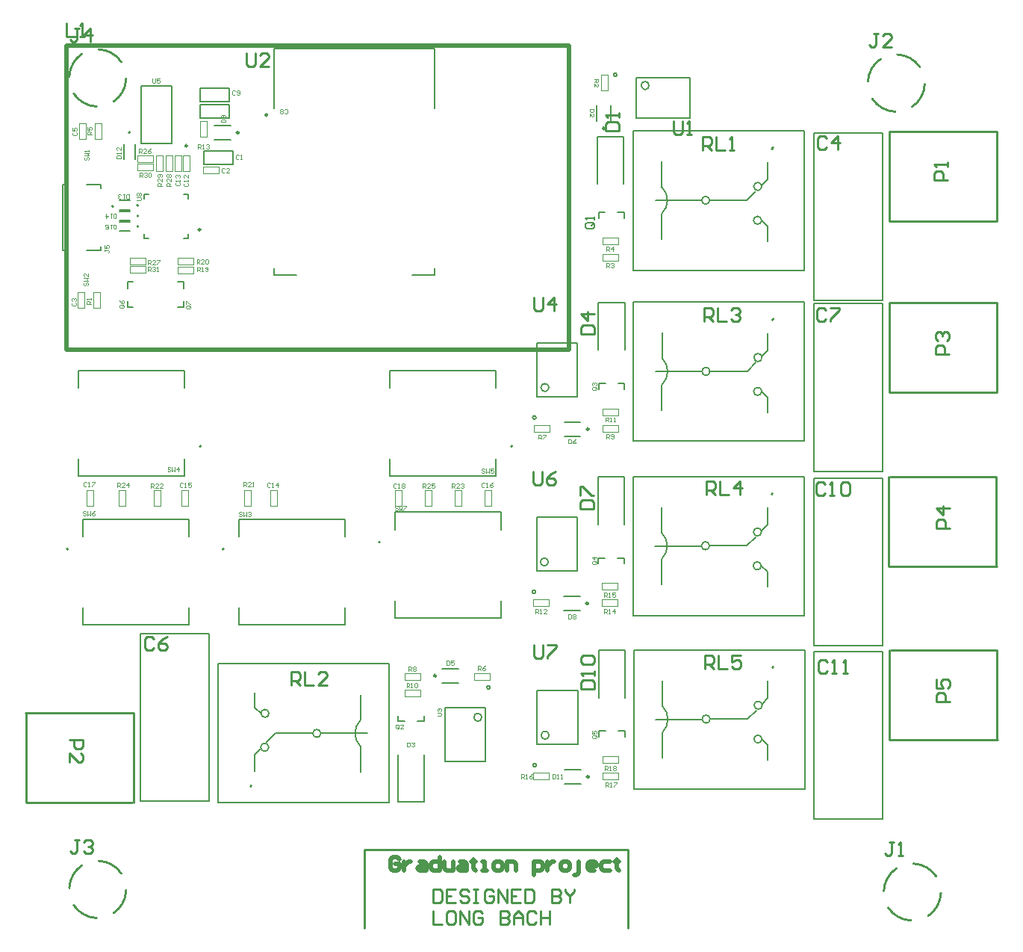
<source format=gto>
G04*
G04 #@! TF.GenerationSoftware,Altium Limited,Altium Designer,21.9.2 (33)*
G04*
G04 Layer_Color=65535*
%FSTAX24Y24*%
%MOIN*%
G70*
G04*
G04 #@! TF.SameCoordinates,99FB27D3-1440-4BB7-B033-8997F9312AF3*
G04*
G04*
G04 #@! TF.FilePolarity,Positive*
G04*
G01*
G75*
%ADD10C,0.0100*%
%ADD11C,0.0098*%
%ADD12C,0.0079*%
%ADD13C,0.0070*%
%ADD14C,0.0050*%
%ADD15C,0.0200*%
%ADD16C,0.0039*%
D10*
X054781Y085004D02*
G03*
X053771Y085571I-001061J-000707D01*
G01*
X053013Y085358D02*
G03*
X052446Y084348I000707J-001061D01*
G01*
X052644Y083603D02*
G03*
X053653Y083037I001061J000707D01*
G01*
X054427Y083237D02*
G03*
X054994Y084246I-000707J001061D01*
G01*
X051939Y119683D02*
G03*
X052949Y119116I001061J000707D01*
G01*
X052306Y121466D02*
G03*
X051739Y120457I000707J-001061D01*
G01*
X054061Y121097D02*
G03*
X053051Y121664I-001061J-000707D01*
G01*
X053707Y119329D02*
G03*
X054274Y120339I-000707J001061D01*
G01*
X018057Y083359D02*
G03*
X018624Y084369I-000707J001061D01*
G01*
X018411Y085127D02*
G03*
X017401Y085694I-001061J-000707D01*
G01*
X016656Y085496D02*
G03*
X016089Y084487I000707J-001061D01*
G01*
X016289Y083713D02*
G03*
X017299Y083146I001061J000707D01*
G01*
X016289Y119913D02*
G03*
X017299Y119346I001061J000707D01*
G01*
X016656Y121696D02*
G03*
X016089Y120687I000707J-001061D01*
G01*
X018411Y121327D02*
G03*
X017401Y121894I-001061J-000707D01*
G01*
X018057Y119559D02*
G03*
X018624Y120569I-000707J001061D01*
G01*
X04103Y08269D02*
Y08618D01*
X02925D02*
X04103D01*
X02925Y0827D02*
Y08618D01*
X047446Y109843D02*
X047488Y109886D01*
X057489Y106603D02*
Y110603D01*
X052689Y106603D02*
X057509D01*
X052739Y110603D02*
X057494D01*
X052689Y106603D02*
Y110603D01*
X05748Y114235D02*
Y118235D01*
X05268Y114235D02*
X0575D01*
X05273Y118235D02*
X057485D01*
X05268Y114235D02*
Y118235D01*
X047436Y117475D02*
X047479Y117518D01*
X024151Y089024D02*
X024195Y089067D01*
X018951Y088307D02*
Y092307D01*
X014146Y088307D02*
X018901D01*
X014131Y092307D02*
X018951D01*
X014151Y088307D02*
Y092307D01*
X047456Y094333D02*
X047498Y094376D01*
X057499Y091093D02*
Y095093D01*
X052699Y091093D02*
X057519D01*
X052749Y095093D02*
X057504D01*
X052699Y091093D02*
Y095093D01*
X047425Y102063D02*
X047469Y102106D01*
X052669Y098823D02*
Y102823D01*
X052719D02*
X057474D01*
X052669Y098823D02*
X057489D01*
X057469D02*
Y102823D01*
X03234Y08442D02*
Y08382D01*
X03264D01*
X03274Y08392D01*
Y08432D01*
X03264Y08442D01*
X03234D01*
X03334D02*
X03294D01*
Y08382D01*
X03334D01*
X03294Y08412D02*
X03314D01*
X033939Y08432D02*
X03384Y08442D01*
X03364D01*
X03354Y08432D01*
Y08422D01*
X03364Y08412D01*
X03384D01*
X033939Y08402D01*
Y08392D01*
X03384Y08382D01*
X03364D01*
X03354Y08392D01*
X034139Y08442D02*
X034339D01*
X034239D01*
Y08382D01*
X034139D01*
X034339D01*
X035039Y08432D02*
X034939Y08442D01*
X034739D01*
X034639Y08432D01*
Y08392D01*
X034739Y08382D01*
X034939D01*
X035039Y08392D01*
Y08412D01*
X034839D01*
X035239Y08382D02*
Y08442D01*
X035639Y08382D01*
Y08442D01*
X036239D02*
X035839D01*
Y08382D01*
X036239D01*
X035839Y08412D02*
X036039D01*
X036439Y08442D02*
Y08382D01*
X036739D01*
X036839Y08392D01*
Y08432D01*
X036739Y08442D01*
X036439D01*
X037638D02*
Y08382D01*
X037938D01*
X038038Y08392D01*
Y08402D01*
X037938Y08412D01*
X037638D01*
X037938D01*
X038038Y08422D01*
Y08432D01*
X037938Y08442D01*
X037638D01*
X038238D02*
Y08432D01*
X038438Y08412D01*
X038638Y08432D01*
Y08442D01*
X038438Y08412D02*
Y08382D01*
X03234Y08346D02*
Y08286D01*
X03274D01*
X03324Y08346D02*
X03304D01*
X03294Y08336D01*
Y08296D01*
X03304Y08286D01*
X03324D01*
X03334Y08296D01*
Y08336D01*
X03324Y08346D01*
X03354Y08286D02*
Y08346D01*
X033939Y08286D01*
Y08346D01*
X034539Y08336D02*
X034439Y08346D01*
X034239D01*
X034139Y08336D01*
Y08296D01*
X034239Y08286D01*
X034439D01*
X034539Y08296D01*
Y08316D01*
X034339D01*
X035339Y08346D02*
Y08286D01*
X035639D01*
X035739Y08296D01*
Y08306D01*
X035639Y08316D01*
X035339D01*
X035639D01*
X035739Y08326D01*
Y08336D01*
X035639Y08346D01*
X035339D01*
X035939Y08286D02*
Y08326D01*
X036139Y08346D01*
X036339Y08326D01*
Y08286D01*
Y08316D01*
X035939D01*
X036939Y08336D02*
X036839Y08346D01*
X036639D01*
X036539Y08336D01*
Y08296D01*
X036639Y08286D01*
X036839D01*
X036939Y08296D01*
X037138Y08346D02*
Y08286D01*
Y08316D01*
X037538D01*
Y08346D01*
Y08286D01*
X01654Y12284D02*
X01634D01*
X01644D01*
Y12234D01*
X01634Y12224D01*
X01624D01*
X01614Y12234D01*
X01704Y12224D02*
Y12284D01*
X01674Y12254D01*
X01714D01*
X01654Y08664D02*
X01634D01*
X01644D01*
Y08614D01*
X01634Y08604D01*
X01624D01*
X01614Y08614D01*
X01674Y08654D02*
X01684Y08664D01*
X01704D01*
X01714Y08654D01*
Y08644D01*
X01704Y08634D01*
X01694D01*
X01704D01*
X01714Y08624D01*
Y08614D01*
X01704Y08604D01*
X01684D01*
X01674Y08614D01*
X05219Y12261D02*
X05199D01*
X05209D01*
Y12211D01*
X05199Y12201D01*
X05189D01*
X05179Y12211D01*
X05279Y12201D02*
X05239D01*
X05279Y12241D01*
Y12251D01*
X05269Y12261D01*
X05249D01*
X05239Y12251D01*
X0529Y086517D02*
X0527D01*
X0528D01*
Y086017D01*
X0527Y085917D01*
X0526D01*
X0525Y086017D01*
X0531Y085917D02*
X0533D01*
X0532D01*
Y086517D01*
X0531Y086417D01*
X01595Y12305D02*
Y12245D01*
X01635D01*
X01655D02*
X01675D01*
X01665D01*
Y12305D01*
X01655Y12295D01*
X02598Y09354D02*
Y09414D01*
X02628D01*
X02638Y09404D01*
Y09384D01*
X02628Y09374D01*
X02598D01*
X02618D02*
X02638Y09354D01*
X02658Y09414D02*
Y09354D01*
X02698D01*
X02758D02*
X02718D01*
X02758Y09394D01*
Y09404D01*
X02748Y09414D01*
X02728D01*
X02718Y09404D01*
X0161Y09108D02*
X0167D01*
Y09078D01*
X0166Y09068D01*
X0164D01*
X0163Y09078D01*
Y09108D01*
X0161Y09008D02*
Y09048D01*
X0165Y09008D01*
X0166D01*
X0167Y09018D01*
Y09038D01*
X0166Y09048D01*
X01987Y09559D02*
X01977Y09569D01*
X01957D01*
X01947Y09559D01*
Y09519D01*
X01957Y09509D01*
X01977D01*
X01987Y09519D01*
X02047Y09569D02*
X02027Y09559D01*
X02007Y09539D01*
Y09519D01*
X02017Y09509D01*
X02037D01*
X02047Y09519D01*
Y09529D01*
X02037Y09539D01*
X02007D01*
X03684Y09532D02*
Y09482D01*
X03694Y09472D01*
X03714D01*
X03724Y09482D01*
Y09532D01*
X03744D02*
X03784D01*
Y09522D01*
X03744Y09482D01*
Y09472D01*
X03681Y10305D02*
Y10255D01*
X03691Y10245D01*
X03711D01*
X03721Y10255D01*
Y10305D01*
X03781D02*
X03761Y10295D01*
X03741Y10275D01*
Y10255D01*
X03751Y10245D01*
X03771D01*
X03781Y10255D01*
Y10265D01*
X03771Y10275D01*
X03741D01*
X03683Y11083D02*
Y11033D01*
X03693Y11023D01*
X03713D01*
X03723Y11033D01*
Y11083D01*
X03773Y11023D02*
Y11083D01*
X03743Y11053D01*
X03783D01*
X04446Y094248D02*
Y094848D01*
X04476D01*
X04486Y094748D01*
Y094548D01*
X04476Y094448D01*
X04446D01*
X04466D02*
X04486Y094248D01*
X04506Y094848D02*
Y094248D01*
X045459D01*
X046059Y094848D02*
X045659D01*
Y094548D01*
X045859Y094648D01*
X045959D01*
X046059Y094548D01*
Y094348D01*
X045959Y094248D01*
X045759D01*
X045659Y094348D01*
X04452Y10202D02*
Y10262D01*
X04482D01*
X04492Y10252D01*
Y10232D01*
X04482Y10222D01*
X04452D01*
X04472D02*
X04492Y10202D01*
X04512Y10262D02*
Y10202D01*
X04552D01*
X04602D02*
Y10262D01*
X04572Y10232D01*
X04612D01*
X04444Y10976D02*
Y11036D01*
X04474D01*
X04484Y11026D01*
Y11006D01*
X04474Y10996D01*
X04444D01*
X04464D02*
X04484Y10976D01*
X04504Y11036D02*
Y10976D01*
X04544D01*
X04564Y11026D02*
X04574Y11036D01*
X04594D01*
X04604Y11026D01*
Y11016D01*
X04594Y11006D01*
X04584D01*
X04594D01*
X04604Y10996D01*
Y10986D01*
X04594Y10976D01*
X04574D01*
X04564Y10986D01*
X055409Y092788D02*
X05481D01*
Y093088D01*
X05491Y093188D01*
X055109D01*
X055209Y093088D01*
Y092788D01*
X05481Y093788D02*
Y093388D01*
X055109D01*
X055009Y093588D01*
Y093688D01*
X055109Y093788D01*
X055309D01*
X055409Y093688D01*
Y093488D01*
X055309Y093388D01*
X05541Y10052D02*
X05481D01*
Y10082D01*
X05491Y10092D01*
X05511D01*
X05521Y10082D01*
Y10052D01*
X05541Y10142D02*
X05481D01*
X05511Y10112D01*
Y10152D01*
X05537Y10828D02*
X05477D01*
Y10858D01*
X05487Y10868D01*
X05507D01*
X05517Y10858D01*
Y10828D01*
X05487Y10888D02*
X05477Y10898D01*
Y10918D01*
X05487Y10928D01*
X05497D01*
X05507Y10918D01*
Y10908D01*
Y10918D01*
X05517Y10928D01*
X05527D01*
X05537Y10918D01*
Y10898D01*
X05527Y10888D01*
X03892Y093368D02*
X039519D01*
Y093668D01*
X039419Y093768D01*
X03902D01*
X03892Y093668D01*
Y093368D01*
X039519Y093968D02*
Y094168D01*
Y094068D01*
X03892D01*
X03902Y093968D01*
Y094468D02*
X03892Y094568D01*
Y094768D01*
X03902Y094868D01*
X039419D01*
X039519Y094768D01*
Y094568D01*
X039419Y094468D01*
X03902D01*
X0389Y10139D02*
X0395D01*
Y10169D01*
X0394Y10179D01*
X039D01*
X0389Y10169D01*
Y10139D01*
Y10199D02*
Y10239D01*
X039D01*
X0394Y10199D01*
X0395D01*
X03892Y1092D02*
X03952D01*
Y1095D01*
X03942Y1096D01*
X03902D01*
X03892Y1095D01*
Y1092D01*
X03952Y1101D02*
X03892D01*
X03922Y1098D01*
Y1102D01*
X04992Y094578D02*
X04982Y094678D01*
X04962D01*
X04952Y094578D01*
Y094178D01*
X04962Y094078D01*
X04982D01*
X04992Y094178D01*
X050119Y094078D02*
X050319D01*
X050219D01*
Y094678D01*
X050119Y094578D01*
X050619Y094078D02*
X050819D01*
X050719D01*
Y094678D01*
X050619Y094578D01*
X04984Y10249D02*
X04974Y10259D01*
X04954D01*
X04944Y10249D01*
Y10209D01*
X04954Y10199D01*
X04974D01*
X04984Y10209D01*
X05004Y10199D02*
X05024D01*
X05014D01*
Y10259D01*
X05004Y10249D01*
X05054D02*
X05064Y10259D01*
X05084D01*
X05094Y10249D01*
Y10209D01*
X05084Y10199D01*
X05064D01*
X05054Y10209D01*
Y10249D01*
X04985Y11025D02*
X04975Y11035D01*
X04955D01*
X04945Y11025D01*
Y10985D01*
X04955Y10975D01*
X04975D01*
X04985Y10985D01*
X05005Y11035D02*
X05045D01*
Y11025D01*
X05005Y10985D01*
Y10975D01*
X04307Y1187D02*
Y1182D01*
X04317Y1181D01*
X04337D01*
X04347Y1182D01*
Y1187D01*
X04367Y1181D02*
X04387D01*
X04377D01*
Y1187D01*
X04367Y1186D01*
X04435Y1174D02*
Y118D01*
X04465D01*
X04475Y1179D01*
Y1177D01*
X04465Y1176D01*
X04435D01*
X04455D02*
X04475Y1174D01*
X04495Y118D02*
Y1174D01*
X04535D01*
X04555D02*
X04575D01*
X04565D01*
Y118D01*
X04555Y1179D01*
X0553Y11605D02*
X0547D01*
Y11635D01*
X0548Y11645D01*
X055D01*
X0551Y11635D01*
Y11605D01*
X0553Y11665D02*
Y11685D01*
Y11675D01*
X0547D01*
X0548Y11665D01*
X04003Y118275D02*
X04063D01*
Y118575D01*
X04053Y118675D01*
X04013D01*
X04003Y118575D01*
Y118275D01*
X04063Y118874D02*
Y119074D01*
Y118974D01*
X04003D01*
X04013Y118874D01*
X04988Y11792D02*
X04978Y11802D01*
X04958D01*
X04948Y11792D01*
Y11752D01*
X04958Y11742D01*
X04978D01*
X04988Y11752D01*
X05038Y11742D02*
Y11802D01*
X05008Y11772D01*
X05048D01*
X02401Y12174D02*
Y12124D01*
X024109Y12114D01*
X024309D01*
X024409Y12124D01*
Y12174D01*
X025009Y12114D02*
X024609D01*
X025009Y12154D01*
Y12164D01*
X024909Y12174D01*
X024709D01*
X024609Y12164D01*
D11*
X021948Y113849D02*
G03*
X021948Y113849I-000049J0D01*
G01*
X024931Y11897D02*
G03*
X024931Y11897I-000049J0D01*
G01*
X023654Y11818D02*
G03*
X023654Y11818I-000049J0D01*
G01*
X039989Y118371D02*
G03*
X039989Y118371I-000049J0D01*
G01*
X039278Y104958D02*
G03*
X039278Y104958I-000049J0D01*
G01*
X039258Y097178D02*
G03*
X039258Y097178I-000049J0D01*
G01*
X039288Y089448D02*
G03*
X039288Y089448I-000049J0D01*
G01*
X03246Y093952D02*
G03*
X03246Y093952I-000049J0D01*
G01*
X021356Y117592D02*
G03*
X021356Y117592I-000049J0D01*
G01*
D12*
X040533Y120754D02*
G03*
X040533Y120754I-000079J0D01*
G01*
X041969Y120281D02*
G03*
X041969Y120281I-000176J0D01*
G01*
X036925Y105472D02*
G03*
X036925Y105472I-000079J0D01*
G01*
X037494Y10681D02*
G03*
X037494Y10681I-000176J0D01*
G01*
X036905Y097692D02*
G03*
X036905Y097692I-000079J0D01*
G01*
X037474Y09903D02*
G03*
X037474Y09903I-000176J0D01*
G01*
X036935Y089962D02*
G03*
X036935Y089962I-000079J0D01*
G01*
X037504Y0913D02*
G03*
X037504Y0913I-000176J0D01*
G01*
X034873Y093438D02*
G03*
X034873Y093438I-000079J0D01*
G01*
X034498Y0921D02*
G03*
X034498Y0921I-000176J0D01*
G01*
X019181Y11494D02*
G03*
X019181Y11494I-000039J0D01*
G01*
Y114465D02*
G03*
X019181Y114465I-000039J0D01*
G01*
Y11399D02*
G03*
X019181Y11399I-000039J0D01*
G01*
X018059Y114885D02*
G03*
X018059Y114885I-000039J0D01*
G01*
X018809Y118186D02*
G03*
X018809Y118186I-000039J0D01*
G01*
X021974Y104186D02*
G03*
X021974Y104186I-000039J0D01*
G01*
X03587D02*
G03*
X03587Y104186I-000039J0D01*
G01*
X016039Y099604D02*
G03*
X016039Y099604I-000039J0D01*
G01*
X029966Y099906D02*
G03*
X029966Y099906I-000039J0D01*
G01*
X022987Y099604D02*
G03*
X022987Y099604I-000039J0D01*
G01*
X021206Y113456D02*
X021404D01*
X019436D02*
X019634D01*
X019436Y115226D02*
Y115424D01*
Y113456D02*
Y113654D01*
X021206Y115424D02*
X021404D01*
X019436D02*
X019634D01*
X021404Y115226D02*
Y115424D01*
Y113456D02*
Y113654D01*
X025237Y119275D02*
Y121929D01*
Y11183D02*
Y112126D01*
X031384Y11183D02*
X032382D01*
X025237D02*
X026235D01*
X032382Y119275D02*
Y121929D01*
Y11183D02*
Y112126D01*
X025237Y121929D02*
X032382D01*
X022571Y118495D02*
X02328D01*
X022571Y117865D02*
X02328D01*
X040255Y118696D02*
Y119404D01*
X039625Y118696D02*
Y119404D01*
X038195Y105273D02*
X038904D01*
X038195Y104643D02*
X038904D01*
X038175Y097493D02*
X038884D01*
X038175Y096863D02*
X038884D01*
X038205Y089763D02*
X038914D01*
X038205Y089133D02*
X038914D01*
X032736Y093637D02*
X033445D01*
X032736Y094267D02*
X033445D01*
X02338Y11676D02*
Y11736D01*
X02208D02*
X02338D01*
X02208Y11676D02*
Y11736D01*
Y11676D02*
X02338D01*
X02323Y11883D02*
Y11943D01*
X02193D02*
X02323D01*
X02193Y11883D02*
Y11943D01*
Y11883D02*
X02323D01*
Y11957D02*
Y12017D01*
X02193D02*
X02323D01*
X02193Y11957D02*
Y12017D01*
Y11957D02*
X02323D01*
X041379Y118824D02*
Y120636D01*
Y118824D02*
X043781D01*
Y120636D01*
X041379D02*
X043781D01*
X036964Y106397D02*
X038775D01*
Y108799D01*
X036964D02*
X038775D01*
X036964Y106397D02*
Y108799D01*
X036944Y098617D02*
X038755D01*
Y101019D01*
X036944D02*
X038755D01*
X036944Y098617D02*
Y101019D01*
X036974Y090887D02*
X038785D01*
Y093289D01*
X036974D02*
X038785D01*
X036974Y090887D02*
Y093289D01*
X032865Y092513D02*
X034676D01*
X032865Y090112D02*
Y092513D01*
Y090112D02*
X034676D01*
Y092513D01*
X018684Y111521D02*
X01894D01*
X018684Y111235D02*
Y111521D01*
Y110379D02*
X01894D01*
X018684D02*
Y110665D01*
X020929Y110379D02*
X021185D01*
Y110665D01*
X020929Y111521D02*
X021185D01*
Y111235D02*
Y111521D01*
X040861Y114365D02*
Y114621D01*
X040575D02*
X040861D01*
X039719Y114365D02*
Y114621D01*
X040005D01*
X04087Y106733D02*
Y106989D01*
X040585D02*
X04087D01*
X039729Y106733D02*
Y106989D01*
X040014D01*
X04085Y098953D02*
Y099209D01*
X040565D02*
X04085D01*
X039709Y098953D02*
Y099209D01*
X039994D01*
X04088Y091223D02*
Y091479D01*
X040595D02*
X04088D01*
X039739Y091223D02*
Y091479D01*
X040024D01*
X03077Y091921D02*
Y092177D01*
Y091921D02*
X031055D01*
X031911D02*
Y092177D01*
X031626Y091921D02*
X031911D01*
X01928Y117689D02*
X02066D01*
X01928D02*
Y120251D01*
X02066D01*
Y117689D02*
Y120251D01*
X039659Y115884D02*
Y11799D01*
X040841Y115884D02*
Y11799D01*
X039659D02*
X040841D01*
X039709Y108487D02*
Y110594D01*
X04089Y108487D02*
Y110594D01*
X039709D02*
X04089D01*
X039689Y100707D02*
Y102814D01*
X04087Y100707D02*
Y102814D01*
X039689D02*
X04087D01*
X039719Y092977D02*
Y095084D01*
X0409Y092977D02*
Y095084D01*
X039719D02*
X0409D01*
X031931Y088317D02*
Y090423D01*
X03075Y088317D02*
Y090423D01*
Y088317D02*
X031931D01*
X039451Y11415D02*
X039189D01*
X039123Y114084D01*
Y113953D01*
X039189Y113888D01*
X039451D01*
X039517Y113953D01*
Y114084D01*
X039386Y114019D02*
X039517Y11415D01*
Y114084D02*
X039451Y11415D01*
X039517Y114281D02*
Y114412D01*
Y114347D01*
X039123D01*
X039189Y114281D01*
D13*
X042552Y106939D02*
G03*
X042562Y108099I-000575J000585D01*
G01*
X044682Y107529D02*
G03*
X044682Y107529I-000178J0D01*
G01*
X046995Y106636D02*
G03*
X046995Y106636I-000178J0D01*
G01*
X047005Y108146D02*
G03*
X047005Y108146I-000178J0D01*
G01*
X046996Y115778D02*
G03*
X046996Y115778I-000178J0D01*
G01*
X046986Y114268D02*
G03*
X046986Y114268I-000178J0D01*
G01*
X044672Y115161D02*
G03*
X044672Y115161I-000178J0D01*
G01*
X042542Y114571D02*
G03*
X042552Y115731I-000575J000585D01*
G01*
X029088Y091971D02*
G03*
X029078Y090811I000575J-000585D01*
G01*
X027314Y091381D02*
G03*
X027314Y091381I-000178J0D01*
G01*
X025001Y092274D02*
G03*
X025001Y092274I-000178J0D01*
G01*
X024991Y090764D02*
G03*
X024991Y090764I-000178J0D01*
G01*
X047015Y092636D02*
G03*
X047015Y092636I-000178J0D01*
G01*
X047005Y091126D02*
G03*
X047005Y091126I-000178J0D01*
G01*
X044692Y092019D02*
G03*
X044692Y092019I-000178J0D01*
G01*
X042562Y091429D02*
G03*
X042572Y092589I-000575J000585D01*
G01*
X046985Y100366D02*
G03*
X046985Y100366I-000178J0D01*
G01*
X046975Y098856D02*
G03*
X046975Y098856I-000178J0D01*
G01*
X044662Y099749D02*
G03*
X044662Y099749I-000178J0D01*
G01*
X042532Y099159D02*
G03*
X042542Y100319I-000575J000585D01*
G01*
X048909Y104412D02*
Y110618D01*
X041275Y104412D02*
Y110618D01*
Y104412D02*
X048909D01*
X041275Y110618D02*
X048909D01*
X042552Y108109D02*
Y109249D01*
X042542Y105799D02*
Y106929D01*
X044702Y107529D02*
X046345D01*
X042259Y107519D02*
X044302D01*
X047265Y108466D02*
Y109226D01*
X047005Y108206D02*
X047265Y108466D01*
Y105706D02*
Y106366D01*
X046995Y106636D02*
X047265Y106366D01*
X046345Y107528D02*
X046735Y107918D01*
X046336Y11516D02*
X046726Y11555D01*
X046986Y114268D02*
X047256Y113998D01*
Y113338D02*
Y113998D01*
X046996Y115838D02*
X047256Y116098D01*
Y116858D01*
X04225Y115151D02*
X044292D01*
X044692Y115161D02*
X046336D01*
X042532Y113431D02*
Y114561D01*
X042542Y115741D02*
Y116881D01*
X041266Y11825D02*
X0489D01*
X041266Y112044D02*
X0489D01*
X041266D02*
Y11825D01*
X0489Y112044D02*
Y11825D01*
X022731Y088292D02*
Y094498D01*
X030365Y088292D02*
Y094498D01*
X022731D02*
X030365D01*
X022731Y088292D02*
X030365D01*
X029088Y089661D02*
Y090801D01*
X029098Y091981D02*
Y093111D01*
X025295Y091381D02*
X026938D01*
X027338Y091391D02*
X029381D01*
X024375Y089684D02*
Y090444D01*
X024635Y090704D01*
X024375Y092544D02*
Y093204D01*
Y092544D02*
X024645Y092274D01*
X024905Y090992D02*
X025295Y091382D01*
X046355Y092018D02*
X046745Y092408D01*
X047005Y091126D02*
X047275Y090856D01*
Y090196D02*
Y090856D01*
X047015Y092696D02*
X047275Y092956D01*
Y093716D01*
X042269Y092009D02*
X044312D01*
X044712Y092019D02*
X046355D01*
X042552Y090289D02*
Y091419D01*
X042562Y092599D02*
Y093739D01*
X041285Y095108D02*
X048919D01*
X041285Y088902D02*
X048919D01*
X041285D02*
Y095108D01*
X048919Y088902D02*
Y095108D01*
X046325Y099748D02*
X046715Y100138D01*
X046975Y098856D02*
X047245Y098586D01*
Y097926D02*
Y098586D01*
X046985Y100426D02*
X047245Y100686D01*
Y101446D01*
X042239Y099739D02*
X044282D01*
X044682Y099749D02*
X046325D01*
X042522Y098019D02*
Y099149D01*
X042532Y100329D02*
Y101469D01*
X041255Y102838D02*
X048889D01*
X041255Y096632D02*
X048889D01*
X041255D02*
Y102838D01*
X048889Y096632D02*
Y102838D01*
D14*
X049325Y110696D02*
Y118177D01*
X052395Y110696D02*
Y118177D01*
X049325D02*
X052395D01*
X049325Y110696D02*
X052395D01*
X049334Y103064D02*
Y110545D01*
X052405Y103064D02*
Y110545D01*
X049334D02*
X052405D01*
X049334Y103064D02*
X052405D01*
X049314Y095284D02*
Y102765D01*
X052385Y095284D02*
Y102765D01*
X049314D02*
X052385D01*
X049314Y095284D02*
X052385D01*
X049314Y087561D02*
Y095042D01*
X052385Y087561D02*
Y095042D01*
X049314D02*
X052385D01*
X049314Y087561D02*
X052385D01*
X022336Y088359D02*
Y095839D01*
X019265Y088359D02*
Y095839D01*
Y088359D02*
X022336D01*
X019265Y095839D02*
X022336D01*
X018315Y115145D02*
X018787D01*
X018315Y114735D02*
X018787D01*
X018315Y11467D02*
X018787D01*
X018315Y11426D02*
X018787D01*
X018315Y114195D02*
X018787D01*
X018315Y113785D02*
X018787D01*
X017502Y115692D02*
Y115869D01*
Y112916D02*
Y113094D01*
X016872Y112916D02*
X017502D01*
X016872Y115869D02*
X017502D01*
X015789D02*
X015848D01*
X015789Y112916D02*
X015848D01*
X015789D02*
Y115869D01*
X019026Y116985D02*
Y117655D01*
X018514Y116985D02*
Y117655D01*
X021226Y102848D02*
Y103635D01*
X016501Y102848D02*
X021226D01*
X016501D02*
Y103635D01*
X021226Y106785D02*
Y107572D01*
X016501D02*
X021226D01*
X016501Y106785D02*
Y107572D01*
X035122Y102848D02*
Y103635D01*
X030398Y102848D02*
X035122D01*
X030398D02*
Y103635D01*
X035122Y106785D02*
Y107572D01*
X030398D02*
X035122D01*
X030398Y106785D02*
Y107572D01*
X016708Y100155D02*
Y100942D01*
X021432D01*
Y100155D02*
Y100942D01*
X016708Y096218D02*
Y097005D01*
Y096218D02*
X021432D01*
Y097005D01*
X030635Y100457D02*
Y101245D01*
X035359D01*
Y100457D02*
Y101245D01*
X030635Y09652D02*
Y097308D01*
Y09652D02*
X035359D01*
Y097308D01*
X023656Y100155D02*
Y100942D01*
X028381D01*
Y100155D02*
Y100942D01*
X023656Y096218D02*
Y097005D01*
Y096218D02*
X028381D01*
Y097005D01*
D15*
X01595Y12205D02*
X0384D01*
X01595Y1085D02*
Y12205D01*
Y1085D02*
X0384D01*
Y12205D01*
X03083Y08575D02*
X03073Y08585D01*
X03053D01*
X03043Y08575D01*
Y08535D01*
X03053Y08525D01*
X03073D01*
X03083Y08535D01*
Y08555D01*
X03063D01*
X03103Y08565D02*
Y08525D01*
Y08545D01*
X03113Y08555D01*
X03123Y08565D01*
X03133D01*
X03173D02*
X03193D01*
X032029Y08555D01*
Y08525D01*
X03173D01*
X03163Y08535D01*
X03173Y08545D01*
X032029D01*
X032629Y08585D02*
Y08525D01*
X032329D01*
X032229Y08535D01*
Y08555D01*
X032329Y08565D01*
X032629D01*
X032829D02*
Y08535D01*
X032929Y08525D01*
X033229D01*
Y08565D01*
X033529D02*
X033729D01*
X033829Y08555D01*
Y08525D01*
X033529D01*
X033429Y08535D01*
X033529Y08545D01*
X033829D01*
X034129Y08575D02*
Y08565D01*
X034029D01*
X034229D01*
X034129D01*
Y08535D01*
X034229Y08525D01*
X034529D02*
X034729D01*
X034629D01*
Y08565D01*
X034529D01*
X035128Y08525D02*
X035328D01*
X035428Y08535D01*
Y08555D01*
X035328Y08565D01*
X035128D01*
X035029Y08555D01*
Y08535D01*
X035128Y08525D01*
X035628D02*
Y08565D01*
X035928D01*
X036028Y08555D01*
Y08525D01*
X036828Y08505D02*
Y08565D01*
X037128D01*
X037228Y08555D01*
Y08535D01*
X037128Y08525D01*
X036828D01*
X037428Y08565D02*
Y08525D01*
Y08545D01*
X037528Y08555D01*
X037628Y08565D01*
X037728D01*
X038128Y08525D02*
X038327D01*
X038427Y08535D01*
Y08555D01*
X038327Y08565D01*
X038128D01*
X038028Y08555D01*
Y08535D01*
X038128Y08525D01*
X038627Y08505D02*
X038727D01*
X038827Y08515D01*
Y08565D01*
X039527Y08525D02*
X039327D01*
X039227Y08535D01*
Y08555D01*
X039327Y08565D01*
X039527D01*
X039627Y08555D01*
Y08545D01*
X039227D01*
X040227Y08565D02*
X039927D01*
X039827Y08555D01*
Y08535D01*
X039927Y08525D01*
X040227D01*
X040527Y08575D02*
Y08565D01*
X040427D01*
X040627D01*
X040527D01*
Y08535D01*
X040627Y08525D01*
D16*
X02207Y11636D02*
X02277D01*
X02207D02*
Y11666D01*
X02277D01*
Y11636D02*
Y11666D01*
X01646Y110346D02*
Y111046D01*
X01676D01*
Y110346D02*
Y111046D01*
X01646Y110346D02*
X01676D01*
X01683Y11791D02*
Y11861D01*
X01653Y11791D02*
X01683D01*
X01653D02*
Y11861D01*
X01683D01*
X02145Y11647D02*
Y11717D01*
X02115Y11647D02*
X02145D01*
X02115D02*
Y11717D01*
X02145D01*
X02108Y11647D02*
Y11717D01*
X02078Y11647D02*
X02108D01*
X02078D02*
Y11717D01*
X02108D01*
X0211Y10153D02*
Y10223D01*
X0214D01*
Y10153D02*
Y10223D01*
X0211Y10153D02*
X0214D01*
X03462D02*
Y10223D01*
X03492D01*
Y10153D02*
Y10223D01*
X03462Y10153D02*
X03492D01*
X01715D02*
Y10223D01*
X01685Y10153D02*
X01715D01*
X01685D02*
Y10223D01*
X01715D01*
X03094Y10153D02*
Y10223D01*
X03064Y10153D02*
X03094D01*
X03064D02*
Y10223D01*
X03094D01*
X02536Y10153D02*
Y10223D01*
X02506Y10153D02*
X02536D01*
X02506D02*
Y10223D01*
X02536D01*
X01715Y111046D02*
X01745D01*
X01715Y110346D02*
Y111046D01*
Y110346D02*
X01745D01*
Y111046D01*
X01722Y11791D02*
X01752D01*
Y11861D01*
X01722D02*
X01752D01*
X01722Y11791D02*
Y11861D01*
X02193Y11801D02*
X02223D01*
Y11871D01*
X02193D02*
X02223D01*
X02193Y11801D02*
Y11871D01*
X02163Y11191D02*
Y11221D01*
X02093D02*
X02163D01*
X02093Y11191D02*
Y11221D01*
Y11191D02*
X02163D01*
Y11229D02*
Y11259D01*
X02093D02*
X02163D01*
X02093Y11229D02*
Y11259D01*
Y11229D02*
X02163D01*
X01986Y10223D02*
X02016D01*
X01986Y10153D02*
Y10223D01*
Y10153D02*
X02016D01*
Y10223D01*
X033293D02*
X033593D01*
X033293Y10153D02*
Y10223D01*
Y10153D02*
X033593D01*
Y10223D01*
X01829Y10153D02*
X01859D01*
Y10223D01*
X01829D02*
X01859D01*
X01829Y10153D02*
Y10223D01*
X031967Y10153D02*
X032267D01*
Y10223D01*
X031967D02*
X032267D01*
X031967Y10153D02*
Y10223D01*
X01912Y11687D02*
Y11717D01*
Y11687D02*
X01982D01*
Y11717D01*
X01912D02*
X01982D01*
X01949Y11228D02*
Y11258D01*
X01879D02*
X01949D01*
X01879Y11228D02*
Y11258D01*
Y11228D02*
X01949D01*
X02038Y11717D02*
X02068D01*
X02038Y11647D02*
Y11717D01*
Y11647D02*
X02068D01*
Y11717D01*
X01997D02*
X02027D01*
X01997Y11647D02*
Y11717D01*
Y11647D02*
X02027D01*
Y11717D01*
X01912Y1165D02*
Y1168D01*
Y1165D02*
X01982D01*
Y1168D01*
X01912D02*
X01982D01*
X01949Y111923D02*
Y112223D01*
X01879D02*
X01949D01*
X01879Y111923D02*
Y112223D01*
Y111923D02*
X01949D01*
X039815Y120074D02*
X040115D01*
Y120774D01*
X039815D02*
X040115D01*
X039815Y120074D02*
Y120774D01*
X03988Y112465D02*
Y112765D01*
Y112465D02*
X04058D01*
Y112765D01*
X03988D02*
X04058D01*
Y11321D02*
Y11351D01*
X03988D02*
X04058D01*
X03988Y11321D02*
Y11351D01*
Y11321D02*
X04058D01*
X037525Y104833D02*
Y105133D01*
X036825D02*
X037525D01*
X036825Y104833D02*
Y105133D01*
Y104833D02*
X037525D01*
X039889D02*
Y105133D01*
Y104833D02*
X040589D01*
Y105133D01*
X039889D02*
X040589D01*
Y105578D02*
Y105878D01*
X039889D02*
X040589D01*
X039889Y105578D02*
Y105878D01*
Y105578D02*
X040589D01*
X037505Y097053D02*
Y097353D01*
X036805D02*
X037505D01*
X036805Y097053D02*
Y097353D01*
Y097053D02*
X037505D01*
X039869D02*
Y097353D01*
Y097053D02*
X040569D01*
Y097353D01*
X039869D02*
X040569D01*
Y097798D02*
Y098098D01*
X039869D02*
X040569D01*
X039869Y097798D02*
Y098098D01*
Y097798D02*
X040569D01*
X037505Y08933D02*
Y08963D01*
X036805D02*
X037505D01*
X036805Y08933D02*
Y08963D01*
Y08933D02*
X037505D01*
X039899Y089323D02*
Y089623D01*
Y089323D02*
X040599D01*
Y089623D01*
X039899D02*
X040599D01*
Y090068D02*
Y090368D01*
X039899D02*
X040599D01*
X039899Y090068D02*
Y090368D01*
Y090068D02*
X040599D01*
X034145Y09377D02*
Y09407D01*
Y09377D02*
X034845D01*
Y09407D01*
X034145D02*
X034845D01*
X031751Y093777D02*
Y094077D01*
X031051D02*
X031751D01*
X031051Y093777D02*
Y094077D01*
Y093777D02*
X031751D01*
X031051Y093032D02*
Y093332D01*
Y093032D02*
X031751D01*
Y093332D01*
X031051D02*
X031751D01*
X02391Y10153D02*
X02421D01*
Y10223D01*
X02391D02*
X02421D01*
X02391Y10153D02*
Y10223D01*
X032512Y092166D02*
X032676D01*
X032708Y092199D01*
Y092264D01*
X032676Y092297D01*
X032512D01*
X032544Y092363D02*
X032512Y092396D01*
Y092461D01*
X032544Y092494D01*
X032577D01*
X03261Y092461D01*
Y092428D01*
Y092461D01*
X032643Y092494D01*
X032676D01*
X032708Y092461D01*
Y092396D01*
X032676Y092363D01*
X023789Y101236D02*
X023756Y101268D01*
X02369D01*
X023658Y101236D01*
Y101203D01*
X02369Y10117D01*
X023756D01*
X023789Y101137D01*
Y101104D01*
X023756Y101072D01*
X02369D01*
X023658Y101104D01*
X023854Y101268D02*
Y101072D01*
X02392Y101137D01*
X023986Y101072D01*
Y101268D01*
X024051Y101236D02*
X024084Y101268D01*
X02415D01*
X024182Y101236D01*
Y101203D01*
X02415Y10117D01*
X024117D01*
X02415D01*
X024182Y101137D01*
Y101104D01*
X02415Y101072D01*
X024084D01*
X024051Y101104D01*
X02385Y102392D02*
Y102588D01*
X023949D01*
X023982Y102556D01*
Y10249D01*
X023949Y102457D01*
X02385D01*
X023916D02*
X023982Y102392D01*
X024178D02*
X024047D01*
X024178Y102523D01*
Y102556D01*
X024146Y102588D01*
X02408D01*
X024047Y102556D01*
X024244Y102392D02*
X02431D01*
X024277D01*
Y102588D01*
X024244Y102556D01*
X031144Y093442D02*
Y093638D01*
X031242D01*
X031275Y093606D01*
Y09354D01*
X031242Y093507D01*
X031144D01*
X03121D02*
X031275Y093442D01*
X031341D02*
X031406D01*
X031374D01*
Y093638D01*
X031341Y093606D01*
X031505D02*
X031538Y093638D01*
X031603D01*
X031636Y093606D01*
Y093474D01*
X031603Y093442D01*
X031538D01*
X031505Y093474D01*
Y093606D01*
X031216Y094152D02*
Y094348D01*
X031314D01*
X031347Y094316D01*
Y09425D01*
X031314Y094217D01*
X031216D01*
X031282D02*
X031347Y094152D01*
X031413Y094316D02*
X031446Y094348D01*
X031511D01*
X031544Y094316D01*
Y094283D01*
X031511Y09425D01*
X031544Y094217D01*
Y094184D01*
X031511Y094152D01*
X031446D01*
X031413Y094184D01*
Y094217D01*
X031446Y09425D01*
X031413Y094283D01*
Y094316D01*
X031446Y09425D02*
X031511D01*
X034316Y094202D02*
Y094398D01*
X034414D01*
X034447Y094366D01*
Y0943D01*
X034414Y094267D01*
X034316D01*
X034382D02*
X034447Y094202D01*
X034644Y094398D02*
X034578Y094366D01*
X034513Y0943D01*
Y094234D01*
X034546Y094202D01*
X034611D01*
X034644Y094234D01*
Y094267D01*
X034611Y0943D01*
X034513D01*
X030797Y091614D02*
Y091746D01*
X030764Y091778D01*
X030699D01*
X030666Y091746D01*
Y091614D01*
X030699Y091582D01*
X030764D01*
X030732Y091647D02*
X030797Y091582D01*
X030764D02*
X030797Y091614D01*
X030994Y091582D02*
X030863D01*
X030994Y091713D01*
Y091746D01*
X030961Y091778D01*
X030896D01*
X030863Y091746D01*
X032916Y094628D02*
Y094432D01*
X033014D01*
X033047Y094464D01*
Y094596D01*
X033014Y094628D01*
X032916D01*
X033244D02*
X033113D01*
Y09453D01*
X033178Y094563D01*
X033211D01*
X033244Y09453D01*
Y094464D01*
X033211Y094432D01*
X033146D01*
X033113Y094464D01*
X031156Y090978D02*
Y090782D01*
X031254D01*
X031287Y090814D01*
Y090946D01*
X031254Y090978D01*
X031156D01*
X031353Y090946D02*
X031386Y090978D01*
X031451D01*
X031484Y090946D01*
Y090913D01*
X031451Y09088D01*
X031418D01*
X031451D01*
X031484Y090847D01*
Y090814D01*
X031451Y090782D01*
X031386D01*
X031353Y090814D01*
X025065Y102536D02*
X025032Y102568D01*
X024967D01*
X024934Y102536D01*
Y102404D01*
X024967Y102372D01*
X025032D01*
X025065Y102404D01*
X025131Y102372D02*
X025196D01*
X025164D01*
Y102568D01*
X025131Y102536D01*
X025393Y102372D02*
Y102568D01*
X025295Y10247D01*
X025426D01*
X040004Y089742D02*
Y089938D01*
X040102D01*
X040135Y089906D01*
Y08984D01*
X040102Y089807D01*
X040004D01*
X04007D02*
X040135Y089742D01*
X040201D02*
X040266D01*
X040234D01*
Y089938D01*
X040201Y089906D01*
X040365D02*
X040398Y089938D01*
X040463D01*
X040496Y089906D01*
Y089873D01*
X040463Y08984D01*
X040496Y089807D01*
Y089774D01*
X040463Y089742D01*
X040398D01*
X040365Y089774D01*
Y089807D01*
X040398Y08984D01*
X040365Y089873D01*
Y089906D01*
X040398Y08984D02*
X040463D01*
X040024Y088992D02*
Y089188D01*
X040122D01*
X040155Y089156D01*
Y08909D01*
X040122Y089057D01*
X040024D01*
X04009D02*
X040155Y088992D01*
X040221D02*
X040286D01*
X040254D01*
Y089188D01*
X040221Y089156D01*
X040385Y089188D02*
X040516D01*
Y089156D01*
X040385Y089024D01*
Y088992D01*
X036263Y089366D02*
Y089563D01*
X036362D01*
X036395Y08953D01*
Y089465D01*
X036362Y089432D01*
X036263D01*
X036329D02*
X036395Y089366D01*
X03646D02*
X036526D01*
X036493D01*
Y089563D01*
X03646Y08953D01*
X036755Y089563D02*
X03669Y08953D01*
X036624Y089465D01*
Y089399D01*
X036657Y089366D01*
X036723D01*
X036755Y089399D01*
Y089432D01*
X036723Y089465D01*
X036624D01*
X039954Y097472D02*
Y097668D01*
X040052D01*
X040085Y097636D01*
Y09757D01*
X040052Y097537D01*
X039954D01*
X04002D02*
X040085Y097472D01*
X040151D02*
X040216D01*
X040184D01*
Y097668D01*
X040151Y097636D01*
X040446Y097668D02*
X040315D01*
Y09757D01*
X04038Y097603D01*
X040413D01*
X040446Y09757D01*
Y097504D01*
X040413Y097472D01*
X040348D01*
X040315Y097504D01*
X039954Y096732D02*
Y096928D01*
X040052D01*
X040085Y096896D01*
Y09683D01*
X040052Y096797D01*
X039954D01*
X04002D02*
X040085Y096732D01*
X040151D02*
X040216D01*
X040184D01*
Y096928D01*
X040151Y096896D01*
X040413Y096732D02*
Y096928D01*
X040315Y09683D01*
X040446D01*
X036904Y096732D02*
Y096928D01*
X037002D01*
X037035Y096896D01*
Y09683D01*
X037002Y096797D01*
X036904D01*
X03697D02*
X037035Y096732D01*
X037101D02*
X037166D01*
X037134D01*
Y096928D01*
X037101Y096896D01*
X037396Y096732D02*
X037265D01*
X037396Y096863D01*
Y096896D01*
X037363Y096928D01*
X037298D01*
X037265Y096896D01*
X040027Y105282D02*
Y105478D01*
X040125D01*
X040158Y105446D01*
Y10538D01*
X040125Y105347D01*
X040027D01*
X040092D02*
X040158Y105282D01*
X040224D02*
X040289D01*
X040256D01*
Y105478D01*
X040224Y105446D01*
X040388Y105282D02*
X040453D01*
X04042D01*
Y105478D01*
X040388Y105446D01*
X040056Y104532D02*
Y104728D01*
X040154D01*
X040187Y104696D01*
Y10463D01*
X040154Y104597D01*
X040056D01*
X040122D02*
X040187Y104532D01*
X040253Y104564D02*
X040286Y104532D01*
X040351D01*
X040384Y104564D01*
Y104696D01*
X040351Y104728D01*
X040286D01*
X040253Y104696D01*
Y104663D01*
X040286Y10463D01*
X040384D01*
X037026Y104512D02*
Y104708D01*
X037124D01*
X037157Y104676D01*
Y10461D01*
X037124Y104577D01*
X037026D01*
X037092D02*
X037157Y104512D01*
X037223Y104708D02*
X037354D01*
Y104676D01*
X037223Y104544D01*
Y104512D01*
X039585Y091305D02*
X039454D01*
X039421Y091272D01*
Y091207D01*
X039454Y091174D01*
X039585D01*
X039618Y091207D01*
Y091272D01*
X039552Y091239D02*
X039618Y091305D01*
Y091272D02*
X039585Y091305D01*
X039421Y091502D02*
Y091371D01*
X039519D01*
X039487Y091436D01*
Y091469D01*
X039519Y091502D01*
X039585D01*
X039618Y091469D01*
Y091403D01*
X039585Y091371D01*
X039596Y099057D02*
X039464D01*
X039432Y099024D01*
Y098959D01*
X039464Y098926D01*
X039596D01*
X039628Y098959D01*
Y099024D01*
X039563Y098992D02*
X039628Y099057D01*
Y099024D02*
X039596Y099057D01*
X039628Y099221D02*
X039432D01*
X03953Y099123D01*
Y099254D01*
X039606Y106827D02*
X039474D01*
X039442Y106794D01*
Y106729D01*
X039474Y106696D01*
X039606D01*
X039638Y106729D01*
Y106794D01*
X039573Y106762D02*
X039638Y106827D01*
Y106794D02*
X039606Y106827D01*
X039474Y106893D02*
X039442Y106926D01*
Y106991D01*
X039474Y107024D01*
X039507D01*
X03954Y106991D01*
Y106958D01*
Y106991D01*
X039573Y107024D01*
X039606D01*
X039638Y106991D01*
Y106926D01*
X039606Y106893D01*
X037656Y089566D02*
Y089369D01*
X037755D01*
X037787Y089402D01*
Y089533D01*
X037755Y089566D01*
X037656D01*
X037853Y089369D02*
X037919D01*
X037886D01*
Y089566D01*
X037853Y089533D01*
X038017Y089369D02*
X038083D01*
X03805D01*
Y089566D01*
X038017Y089533D01*
X038356Y096688D02*
Y096492D01*
X038454D01*
X038487Y096524D01*
Y096656D01*
X038454Y096688D01*
X038356D01*
X038553Y096656D02*
X038586Y096688D01*
X038651D01*
X038684Y096656D01*
Y096623D01*
X038651Y09659D01*
X038684Y096557D01*
Y096524D01*
X038651Y096492D01*
X038586D01*
X038553Y096524D01*
Y096557D01*
X038586Y09659D01*
X038553Y096623D01*
Y096656D01*
X038586Y09659D02*
X038651D01*
X038356Y104508D02*
Y104312D01*
X038454D01*
X038487Y104344D01*
Y104476D01*
X038454Y104508D01*
X038356D01*
X038684D02*
X038618Y104476D01*
X038553Y10441D01*
Y104344D01*
X038586Y104312D01*
X038651D01*
X038684Y104344D01*
Y104377D01*
X038651Y10441D01*
X038553D01*
X040066Y112892D02*
Y113088D01*
X040164D01*
X040197Y113056D01*
Y11299D01*
X040164Y112957D01*
X040066D01*
X040132D02*
X040197Y112892D01*
X040361D02*
Y113088D01*
X040263Y11299D01*
X040394D01*
X040056Y112152D02*
Y112348D01*
X040154D01*
X040187Y112316D01*
Y11225D01*
X040154Y112217D01*
X040056D01*
X040122D02*
X040187Y112152D01*
X040253Y112316D02*
X040286Y112348D01*
X040351D01*
X040384Y112316D01*
Y112283D01*
X040351Y11225D01*
X040318D01*
X040351D01*
X040384Y112217D01*
Y112184D01*
X040351Y112152D01*
X040286D01*
X040253Y112184D01*
X039512Y120554D02*
X039708D01*
Y120456D01*
X039676Y120423D01*
X03961D01*
X039577Y120456D01*
Y120554D01*
Y120488D02*
X039512Y120423D01*
Y120226D02*
Y120357D01*
X039643Y120226D01*
X039676D01*
X039708Y120259D01*
Y120324D01*
X039676Y120357D01*
X039508Y119214D02*
X039312D01*
Y119116D01*
X039344Y119083D01*
X039476D01*
X039508Y119116D01*
Y119214D01*
X039312Y118886D02*
Y119017D01*
X039443Y118886D01*
X039476D01*
X039508Y118919D01*
Y118984D01*
X039476Y119017D01*
X019102Y115156D02*
X019266D01*
X019298Y115189D01*
Y115254D01*
X019266Y115287D01*
X019102D01*
X019134Y115353D02*
X019102Y115386D01*
Y115451D01*
X019134Y115484D01*
X019167D01*
X0192Y115451D01*
X019233Y115484D01*
X019266D01*
X019298Y115451D01*
Y115386D01*
X019266Y115353D01*
X019233D01*
X0192Y115386D01*
X019167Y115353D01*
X019134D01*
X0192Y115386D02*
Y115451D01*
X019806Y120598D02*
Y120434D01*
X019839Y120402D01*
X019904D01*
X019937Y120434D01*
Y120598D01*
X020134D02*
X020003D01*
Y1205D01*
X020068Y120533D01*
X020101D01*
X020134Y1205D01*
Y120434D01*
X020101Y120402D01*
X020036D01*
X020003Y120434D01*
X030746Y101508D02*
X030713Y101541D01*
X030648D01*
X030615Y101508D01*
Y101475D01*
X030648Y101443D01*
X030713D01*
X030746Y10141D01*
Y101377D01*
X030713Y101344D01*
X030648D01*
X030615Y101377D01*
X030812Y101541D02*
Y101344D01*
X030877Y10141D01*
X030943Y101344D01*
Y101541D01*
X031008D02*
X03114D01*
Y101508D01*
X031008Y101377D01*
Y101344D01*
X016838Y101251D02*
X016805Y101284D01*
X01674D01*
X016707Y101251D01*
Y101219D01*
X01674Y101186D01*
X016805D01*
X016838Y101153D01*
Y10112D01*
X016805Y101087D01*
X01674D01*
X016707Y10112D01*
X016904Y101284D02*
Y101087D01*
X016969Y101153D01*
X017035Y101087D01*
Y101284D01*
X017232D02*
X017166Y101251D01*
X017101Y101186D01*
Y10112D01*
X017133Y101087D01*
X017199D01*
X017232Y10112D01*
Y101153D01*
X017199Y101186D01*
X017101D01*
X034629Y103166D02*
X034596Y103198D01*
X03453D01*
X034498Y103166D01*
Y103133D01*
X03453Y1031D01*
X034596D01*
X034629Y103067D01*
Y103034D01*
X034596Y103002D01*
X03453D01*
X034498Y103034D01*
X034694Y103198D02*
Y103002D01*
X03476Y103067D01*
X034826Y103002D01*
Y103198D01*
X035022D02*
X034891D01*
Y1031D01*
X034957Y103133D01*
X03499D01*
X035022Y1031D01*
Y103034D01*
X03499Y103002D01*
X034924D01*
X034891Y103034D01*
X020609Y103236D02*
X020576Y103268D01*
X02051D01*
X020478Y103236D01*
Y103203D01*
X02051Y10317D01*
X020576D01*
X020609Y103137D01*
Y103104D01*
X020576Y103072D01*
X02051D01*
X020478Y103104D01*
X020674Y103268D02*
Y103072D01*
X02074Y103137D01*
X020806Y103072D01*
Y103268D01*
X02097Y103072D02*
Y103268D01*
X020871Y10317D01*
X021002D01*
X016764Y111499D02*
X016732Y111466D01*
Y1114D01*
X016764Y111368D01*
X016797D01*
X01683Y1114D01*
Y111466D01*
X016863Y111499D01*
X016896D01*
X016928Y111466D01*
Y1114D01*
X016896Y111368D01*
X016732Y111564D02*
X016928D01*
X016863Y11163D01*
X016928Y111696D01*
X016732D01*
X016928Y111892D02*
Y111761D01*
X016797Y111892D01*
X016764D01*
X016732Y11186D01*
Y111794D01*
X016764Y111761D01*
X016794Y117082D02*
X016762Y117049D01*
Y116983D01*
X016794Y11695D01*
X016827D01*
X01686Y116983D01*
Y117049D01*
X016893Y117082D01*
X016926D01*
X016958Y117049D01*
Y116983D01*
X016926Y11695D01*
X016762Y117147D02*
X016958D01*
X016893Y117213D01*
X016958Y117278D01*
X016762D01*
X016958Y117344D02*
Y11741D01*
Y117377D01*
X016762D01*
X016794Y117344D01*
X019588Y111985D02*
Y112182D01*
X019686D01*
X019719Y112149D01*
Y112083D01*
X019686Y11205D01*
X019588D01*
X019653D02*
X019719Y111985D01*
X019784Y112149D02*
X019817Y112182D01*
X019883D01*
X019916Y112149D01*
Y112116D01*
X019883Y112083D01*
X01985D01*
X019883D01*
X019916Y11205D01*
Y112018D01*
X019883Y111985D01*
X019817D01*
X019784Y112018D01*
X019981Y111985D02*
X020047D01*
X020014D01*
Y112182D01*
X019981Y112149D01*
X019218Y116192D02*
Y116388D01*
X019316D01*
X019349Y116356D01*
Y11629D01*
X019316Y116257D01*
X019218D01*
X019283D02*
X019349Y116192D01*
X019414Y116356D02*
X019447Y116388D01*
X019513D01*
X019546Y116356D01*
Y116323D01*
X019513Y11629D01*
X01948D01*
X019513D01*
X019546Y116257D01*
Y116224D01*
X019513Y116192D01*
X019447D01*
X019414Y116224D01*
X019611Y116356D02*
X019644Y116388D01*
X01971D01*
X019742Y116356D01*
Y116224D01*
X01971Y116192D01*
X019644D01*
X019611Y116224D01*
Y116356D01*
X020228Y115798D02*
X020032D01*
Y115896D01*
X020064Y115929D01*
X02013D01*
X020163Y115896D01*
Y115798D01*
Y115863D02*
X020228Y115929D01*
Y116126D02*
Y115994D01*
X020097Y116126D01*
X020064D01*
X020032Y116093D01*
Y116027D01*
X020064Y115994D01*
X020196Y116191D02*
X020228Y116224D01*
Y11629D01*
X020196Y116322D01*
X020064D01*
X020032Y11629D01*
Y116224D01*
X020064Y116191D01*
X020097D01*
X02013Y116224D01*
Y116322D01*
X020628Y115798D02*
X020432D01*
Y115896D01*
X020464Y115929D01*
X02053D01*
X020563Y115896D01*
Y115798D01*
Y115863D02*
X020628Y115929D01*
Y116126D02*
Y115994D01*
X020497Y116126D01*
X020464D01*
X020432Y116093D01*
Y116027D01*
X020464Y115994D01*
Y116191D02*
X020432Y116224D01*
Y11629D01*
X020464Y116322D01*
X020497D01*
X02053Y11629D01*
X020563Y116322D01*
X020596D01*
X020628Y11629D01*
Y116224D01*
X020596Y116191D01*
X020563D01*
X02053Y116224D01*
X020497Y116191D01*
X020464D01*
X02053Y116224D02*
Y11629D01*
X019588Y112302D02*
Y112498D01*
X019686D01*
X019719Y112466D01*
Y1124D01*
X019686Y112367D01*
X019588D01*
X019653D02*
X019719Y112302D01*
X019916D02*
X019784D01*
X019916Y112433D01*
Y112466D01*
X019883Y112498D01*
X019817D01*
X019784Y112466D01*
X019981Y112498D02*
X020112D01*
Y112466D01*
X019981Y112334D01*
Y112302D01*
X019198Y117272D02*
Y117468D01*
X019296D01*
X019329Y117436D01*
Y11737D01*
X019296Y117337D01*
X019198D01*
X019263D02*
X019329Y117272D01*
X019526D02*
X019394D01*
X019526Y117403D01*
Y117436D01*
X019493Y117468D01*
X019427D01*
X019394Y117436D01*
X019722Y117468D02*
X019657Y117436D01*
X019591Y11737D01*
Y117304D01*
X019624Y117272D01*
X01969D01*
X019722Y117304D01*
Y117337D01*
X01969Y11737D01*
X019591D01*
X031874Y102322D02*
Y102518D01*
X031973D01*
X032005Y102486D01*
Y10242D01*
X031973Y102387D01*
X031874D01*
X03194D02*
X032005Y102322D01*
X032202D02*
X032071D01*
X032202Y102453D01*
Y102486D01*
X032169Y102518D01*
X032104D01*
X032071Y102486D01*
X032399Y102518D02*
X032268D01*
Y10242D01*
X032333Y102453D01*
X032366D01*
X032399Y10242D01*
Y102354D01*
X032366Y102322D01*
X032301D01*
X032268Y102354D01*
X01823Y102352D02*
Y102548D01*
X018329D01*
X018362Y102516D01*
Y10245D01*
X018329Y102417D01*
X01823D01*
X018296D02*
X018362Y102352D01*
X018558D02*
X018427D01*
X018558Y102483D01*
Y102516D01*
X018526Y102548D01*
X01846D01*
X018427Y102516D01*
X018722Y102352D02*
Y102548D01*
X018624Y10245D01*
X018755D01*
X033171Y102342D02*
Y102538D01*
X033269D01*
X033302Y102506D01*
Y10244D01*
X033269Y102407D01*
X033171D01*
X033237D02*
X033302Y102342D01*
X033499D02*
X033368D01*
X033499Y102473D01*
Y102506D01*
X033466Y102538D01*
X033401D01*
X033368Y102506D01*
X033565D02*
X033597Y102538D01*
X033663D01*
X033696Y102506D01*
Y102473D01*
X033663Y10244D01*
X03363D01*
X033663D01*
X033696Y102407D01*
Y102374D01*
X033663Y102342D01*
X033597D01*
X033565Y102374D01*
X01974Y102342D02*
Y102538D01*
X019839D01*
X019872Y102506D01*
Y10244D01*
X019839Y102407D01*
X01974D01*
X019806D02*
X019872Y102342D01*
X020068D02*
X019937D01*
X020068Y102473D01*
Y102506D01*
X020036Y102538D01*
X01997D01*
X019937Y102506D01*
X020265Y102342D02*
X020134D01*
X020265Y102473D01*
Y102506D01*
X020232Y102538D01*
X020167D01*
X020134Y102506D01*
X021778Y112342D02*
Y112538D01*
X021876D01*
X021909Y112506D01*
Y11244D01*
X021876Y112407D01*
X021778D01*
X021843D02*
X021909Y112342D01*
X022106D02*
X021974D01*
X022106Y112473D01*
Y112506D01*
X022073Y112538D01*
X022007D01*
X021974Y112506D01*
X022171D02*
X022204Y112538D01*
X02227D01*
X022302Y112506D01*
Y112374D01*
X02227Y112342D01*
X022204D01*
X022171Y112374D01*
Y112506D01*
X021784Y111982D02*
Y112178D01*
X021882D01*
X021915Y112146D01*
Y11208D01*
X021882Y112047D01*
X021784D01*
X02185D02*
X021915Y111982D01*
X021981D02*
X022046D01*
X022014D01*
Y112178D01*
X021981Y112146D01*
X022145Y112014D02*
X022178Y111982D01*
X022243D01*
X022276Y112014D01*
Y112146D01*
X022243Y112178D01*
X022178D01*
X022145Y112146D01*
Y112113D01*
X022178Y11208D01*
X022276D01*
X021824Y117462D02*
Y117658D01*
X021922D01*
X021955Y117626D01*
Y11756D01*
X021922Y117527D01*
X021824D01*
X02189D02*
X021955Y117462D01*
X022021D02*
X022086D01*
X022054D01*
Y117658D01*
X022021Y117626D01*
X022185D02*
X022218Y117658D01*
X022283D01*
X022316Y117626D01*
Y117593D01*
X022283Y11756D01*
X02225D01*
X022283D01*
X022316Y117527D01*
Y117494D01*
X022283Y117462D01*
X022218D01*
X022185Y117494D01*
X017088Y118106D02*
X016892D01*
Y118204D01*
X016924Y118237D01*
X01699D01*
X017023Y118204D01*
Y118106D01*
Y118172D02*
X017088Y118237D01*
X016892Y118434D02*
Y118303D01*
X01699D01*
X016957Y118368D01*
Y118401D01*
X01699Y118434D01*
X017056D01*
X017088Y118401D01*
Y118336D01*
X017056Y118303D01*
X017058Y110519D02*
X016862D01*
Y110617D01*
X016894Y11065D01*
X01696D01*
X016993Y110617D01*
Y110519D01*
Y110584D02*
X017058Y11065D01*
Y110716D02*
Y110781D01*
Y110748D01*
X016862D01*
X016894Y110716D01*
X021465Y110467D02*
X021334D01*
X021301Y110434D01*
Y110369D01*
X021334Y110336D01*
X021465D01*
X021497Y110369D01*
Y110434D01*
X021432Y110402D02*
X021497Y110467D01*
Y110434D02*
X021465Y110467D01*
X021301Y110533D02*
Y110664D01*
X021334D01*
X021465Y110533D01*
X021497D01*
X018506Y110487D02*
X018374D01*
X018342Y110454D01*
Y110389D01*
X018374Y110356D01*
X018506D01*
X018538Y110389D01*
Y110454D01*
X018473Y110422D02*
X018538Y110487D01*
Y110454D02*
X018506Y110487D01*
X018342Y110684D02*
X018374Y110618D01*
X01844Y110553D01*
X018506D01*
X018538Y110586D01*
Y110651D01*
X018506Y110684D01*
X018473D01*
X01844Y110651D01*
Y110553D01*
X017652Y112957D02*
Y112892D01*
Y112924D01*
X017816D01*
X017848Y112892D01*
Y112859D01*
X017816Y112826D01*
X017652Y113154D02*
Y113023D01*
X01775D01*
X017717Y113088D01*
Y113121D01*
X01775Y113154D01*
X017816D01*
X017848Y113121D01*
Y113056D01*
X017816Y113023D01*
X018176Y113882D02*
Y114078D01*
X018078D01*
X018045Y114046D01*
Y113914D01*
X018078Y113882D01*
X018176D01*
X017979Y114078D02*
X017914D01*
X017946D01*
Y113882D01*
X017979Y113914D01*
X017684Y113882D02*
X017815D01*
Y11398D01*
X01775Y113947D01*
X017717D01*
X017684Y11398D01*
Y114046D01*
X017717Y114078D01*
X017782D01*
X017815Y114046D01*
X018176Y114362D02*
Y114558D01*
X018078D01*
X018045Y114526D01*
Y114394D01*
X018078Y114362D01*
X018176D01*
X017979Y114558D02*
X017914D01*
X017946D01*
Y114362D01*
X017979Y114394D01*
X017717Y114558D02*
Y114362D01*
X017815Y11446D01*
X017684D01*
X018746Y115242D02*
Y115438D01*
X018648D01*
X018615Y115406D01*
Y115274D01*
X018648Y115242D01*
X018746D01*
X018549Y115438D02*
X018484D01*
X018516D01*
Y115242D01*
X018549Y115274D01*
X018385D02*
X018352Y115242D01*
X018287D01*
X018254Y115274D01*
Y115307D01*
X018287Y11534D01*
X01832D01*
X018287D01*
X018254Y115373D01*
Y115406D01*
X018287Y115438D01*
X018352D01*
X018385Y115406D01*
X018202Y117024D02*
X018398D01*
Y117122D01*
X018366Y117155D01*
X018234D01*
X018202Y117122D01*
Y117024D01*
X018398Y117221D02*
Y117286D01*
Y117254D01*
X018202D01*
X018234Y117221D01*
X018398Y117516D02*
Y117385D01*
X018267Y117516D01*
X018234D01*
X018202Y117483D01*
Y117418D01*
X018234Y117385D01*
X022847Y118646D02*
X023044D01*
Y118744D01*
X023011Y118777D01*
X02288D01*
X022847Y118744D01*
Y118646D01*
X023011Y118843D02*
X023044Y118876D01*
Y118941D01*
X023011Y118974D01*
X02288D01*
X022847Y118941D01*
Y118876D01*
X02288Y118843D01*
X022912D01*
X022945Y118876D01*
Y118974D01*
X030695Y102506D02*
X030662Y102538D01*
X030597D01*
X030564Y102506D01*
Y102374D01*
X030597Y102342D01*
X030662D01*
X030695Y102374D01*
X030761Y102342D02*
X030826D01*
X030794D01*
Y102538D01*
X030761Y102506D01*
X030925D02*
X030958Y102538D01*
X031023D01*
X031056Y102506D01*
Y102473D01*
X031023Y10244D01*
X031056Y102407D01*
Y102374D01*
X031023Y102342D01*
X030958D01*
X030925Y102374D01*
Y102407D01*
X030958Y10244D01*
X030925Y102473D01*
Y102506D01*
X030958Y10244D02*
X031023D01*
X016874Y102566D02*
X016841Y102598D01*
X016775D01*
X016742Y102566D01*
Y102434D01*
X016775Y102402D01*
X016841D01*
X016874Y102434D01*
X016939Y102402D02*
X017005D01*
X016972D01*
Y102598D01*
X016939Y102566D01*
X017103Y102598D02*
X017234D01*
Y102566D01*
X017103Y102434D01*
Y102402D01*
X034635Y102526D02*
X034602Y102558D01*
X034537D01*
X034504Y102526D01*
Y102394D01*
X034537Y102362D01*
X034602D01*
X034635Y102394D01*
X034701Y102362D02*
X034766D01*
X034734D01*
Y102558D01*
X034701Y102526D01*
X034996Y102558D02*
X03493Y102526D01*
X034865Y10246D01*
Y102394D01*
X034898Y102362D01*
X034963D01*
X034996Y102394D01*
Y102427D01*
X034963Y10246D01*
X034865D01*
X021154Y102526D02*
X021121Y102558D01*
X021055D01*
X021022Y102526D01*
Y102394D01*
X021055Y102362D01*
X021121D01*
X021154Y102394D01*
X021219Y102362D02*
X021285D01*
X021252D01*
Y102558D01*
X021219Y102526D01*
X021514Y102558D02*
X021383D01*
Y10246D01*
X021449Y102493D01*
X021482D01*
X021514Y10246D01*
Y102394D01*
X021482Y102362D01*
X021416D01*
X021383Y102394D01*
X020874Y115945D02*
X020842Y115912D01*
Y115847D01*
X020874Y115814D01*
X021006D01*
X021038Y115847D01*
Y115912D01*
X021006Y115945D01*
X021038Y116011D02*
Y116076D01*
Y116044D01*
X020842D01*
X020874Y116011D01*
Y116175D02*
X020842Y116208D01*
Y116273D01*
X020874Y116306D01*
X020907D01*
X02094Y116273D01*
Y11624D01*
Y116273D01*
X020973Y116306D01*
X021006D01*
X021038Y116273D01*
Y116208D01*
X021006Y116175D01*
X021224Y115935D02*
X021192Y115902D01*
Y115837D01*
X021224Y115804D01*
X021356D01*
X021388Y115837D01*
Y115902D01*
X021356Y115935D01*
X021388Y116001D02*
Y116066D01*
Y116034D01*
X021192D01*
X021224Y116001D01*
X021388Y116296D02*
Y116165D01*
X021257Y116296D01*
X021224D01*
X021192Y116263D01*
Y116198D01*
X021224Y116165D01*
X023507Y120016D02*
X023474Y120048D01*
X023409D01*
X023376Y120016D01*
Y119884D01*
X023409Y119852D01*
X023474D01*
X023507Y119884D01*
X023573D02*
X023606Y119852D01*
X023671D01*
X023704Y119884D01*
Y120016D01*
X023671Y120048D01*
X023606D01*
X023573Y120016D01*
Y119983D01*
X023606Y11995D01*
X023704D01*
X025701Y119074D02*
X025734Y119042D01*
X0258D01*
X025832Y119074D01*
Y119206D01*
X0258Y119238D01*
X025734D01*
X025701Y119206D01*
X025636Y119074D02*
X025603Y119042D01*
X025537D01*
X025504Y119074D01*
Y119107D01*
X025537Y11914D01*
X025504Y119173D01*
Y119206D01*
X025537Y119238D01*
X025603D01*
X025636Y119206D01*
Y119173D01*
X025603Y11914D01*
X025636Y119107D01*
Y119074D01*
X025603Y11914D02*
X025537D01*
X016264Y118197D02*
X016232Y118164D01*
Y118099D01*
X016264Y118066D01*
X016396D01*
X016428Y118099D01*
Y118164D01*
X016396Y118197D01*
X016232Y118394D02*
Y118263D01*
X01633D01*
X016297Y118328D01*
Y118361D01*
X01633Y118394D01*
X016396D01*
X016428Y118361D01*
Y118296D01*
X016396Y118263D01*
X016224Y110607D02*
X016192Y110574D01*
Y110509D01*
X016224Y110476D01*
X016356D01*
X016388Y110509D01*
Y110574D01*
X016356Y110607D01*
X016224Y110673D02*
X016192Y110706D01*
Y110771D01*
X016224Y110804D01*
X016257D01*
X01629Y110771D01*
Y110738D01*
Y110771D01*
X016323Y110804D01*
X016356D01*
X016388Y110771D01*
Y110706D01*
X016356Y110673D01*
X023037Y116566D02*
X023004Y116598D01*
X022939D01*
X022906Y116566D01*
Y116434D01*
X022939Y116402D01*
X023004D01*
X023037Y116434D01*
X023234Y116402D02*
X023103D01*
X023234Y116533D01*
Y116566D01*
X023201Y116598D01*
X023136D01*
X023103Y116566D01*
X02365Y117156D02*
X023617Y117188D01*
X023552D01*
X023519Y117156D01*
Y117024D01*
X023552Y116992D01*
X023617D01*
X02365Y117024D01*
X023716Y116992D02*
X023781D01*
X023748D01*
Y117188D01*
X023716Y117156D01*
M02*

</source>
